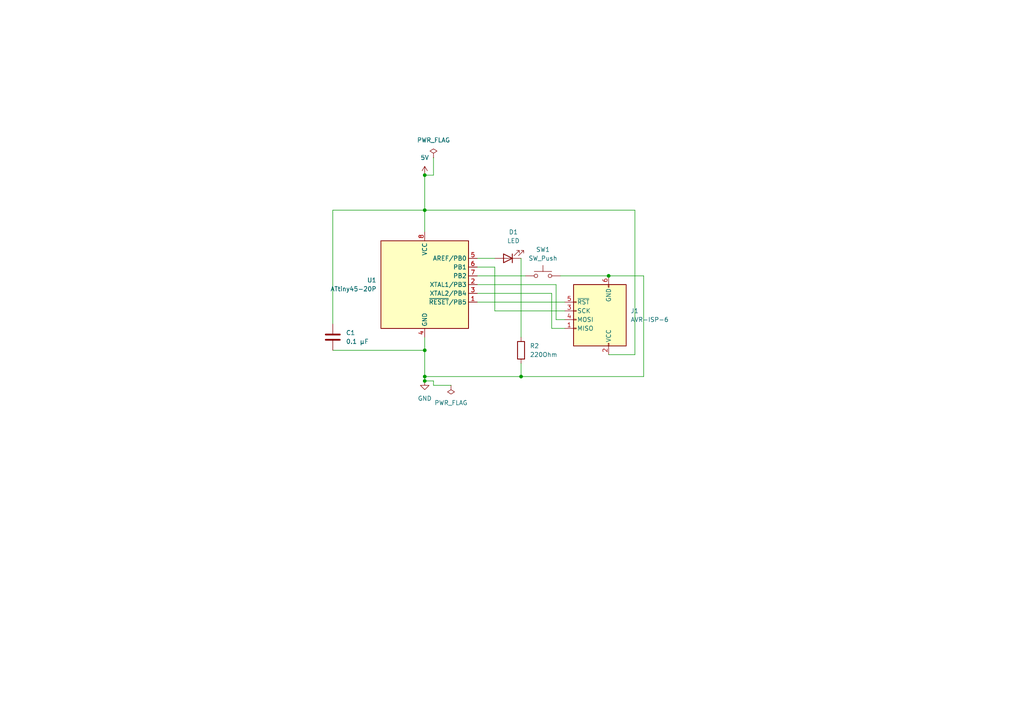
<source format=kicad_sch>
(kicad_sch (version 20250114) (generator "eeschema") (generator_version "9.0")
  (paper "A4")
  (lib_symbols
    (symbol "Connector:AVR-ISP-6" (pin_names (offset 1.016))
      (property "Reference" "J" (at -6.35 11.43 0))
      (property "Value" "AVR-ISP-6" (at 0 11.43 0))
      (symbol "AVR-ISP-6_0_1"
        (rectangle (start -2.667 10.16) (end -2.413 9.398))
        (rectangle (start -2.667 -6.858) (end -2.413 -7.62))
        (rectangle (start 7.62 10.16) (end -7.62 -7.62) (stroke (width 0.254)) (fill (type background)))
        (rectangle (start 7.62 5.207) (end 6.858 4.953))
        (rectangle (start 7.62 2.667) (end 6.858 2.413))
        (rectangle (start 7.62 0.127) (end 6.858 -0.127))
        (rectangle (start 7.62 -2.413) (end 6.858 -2.667))
      )
      (symbol "AVR-ISP-6_1_1"
        (pin passive line (at -2.54 12.7 270) (length 2.54) (name "VCC") (number "2"))
        (pin passive line (at -2.54 -10.16 90) (length 2.54) (name "GND") (number "6"))
        (pin passive line (at 10.16 5.08 180) (length 2.54) (name "MISO") (number "1"))
        (pin passive line (at 10.16 2.54 180) (length 2.54) (name "MOSI") (number "4"))
        (pin passive line (at 10.16 0 180) (length 2.54) (name "SCK") (number "3"))
        (pin passive line (at 10.16 -2.54 180) (length 2.54) (name "~{RST}") (number "5"))
      )
    )
    (symbol "Device:C" (pin_numbers (hide yes)) (pin_names (offset 0.254))
      (property "Reference" "C" (at 0.635 2.54 0))
      (property "Value" "C" (at 0.635 -2.54 0))
      (symbol "C_0_1"
        (polyline (pts (xy -2.032 0.762) (xy 2.032 0.762)) (stroke (width 0.508)))
        (polyline (pts (xy -2.032 -0.762) (xy 2.032 -0.762)) (stroke (width 0.508)))
      )
      (symbol "C_1_1"
        (pin passive line (at 0 3.81 270) (length 2.794) (name "~") (number "1"))
        (pin passive line (at 0 -3.81 90) (length 2.794) (name "~") (number "2"))
      )
    )
    (symbol "Device:LED" (pin_numbers (hide yes)) (pin_names (offset 1.016) (hide yes))
      (property "Reference" "D" (at 0 2.54 0))
      (property "Value" "LED" (at 0 -2.54 0))
      (symbol "LED_0_1"
        (polyline (pts (xy -3.048 -0.762) (xy -4.572 -2.286) (xy -3.81 -2.286) (xy -4.572 -2.286) (xy -4.572 -1.524)))
        (polyline (pts (xy -1.778 -0.762) (xy -3.302 -2.286) (xy -2.54 -2.286) (xy -3.302 -2.286) (xy -3.302 -1.524)))
        (polyline (pts (xy -1.27 0) (xy 1.27 0)))
        (polyline (pts (xy -1.27 -1.27) (xy -1.27 1.27)) (stroke (width 0.254)))
        (polyline (pts (xy 1.27 -1.27) (xy 1.27 1.27) (xy -1.27 0) (xy 1.27 -1.27)) (stroke (width 0.254)))
      )
      (symbol "LED_1_1"
        (pin passive line (at -3.81 0 0) (length 2.54) (name "K") (number "1"))
        (pin passive line (at 3.81 0 180) (length 2.54) (name "A") (number "2"))
      )
    )
    (symbol "Device:R" (pin_numbers (hide yes)) (pin_names (offset 0))
      (property "Reference" "R" (at 2.032 0 90))
      (property "Value" "R" (at 0 0 90))
      (symbol "R_0_1"
        (rectangle (start -1.016 -2.54) (end 1.016 2.54) (stroke (width 0.254)))
      )
      (symbol "R_1_1"
        (pin passive line (at 0 3.81 270) (length 1.27) (name "~") (number "1"))
        (pin passive line (at 0 -3.81 90) (length 1.27) (name "~") (number "2"))
      )
    )
    (symbol "MCU_Microchip_ATtiny:ATtiny45-20P"
      (property "Reference" "U" (at -12.7 13.97 0))
      (property "Value" "ATtiny45-20P" (at 2.54 -13.97 0))
      (symbol "ATtiny45-20P_0_1"
        (rectangle (start -12.7 -12.7) (end 12.7 12.7) (stroke (width 0.254)) (fill (type background)))
      )
      (symbol "ATtiny45-20P_1_1"
        (pin power_in line (at 0 15.24 270) (length 2.54) (name "VCC") (number "8"))
        (pin power_in line (at 0 -15.24 90) (length 2.54) (name "GND") (number "4"))
        (pin bidirectional line (at 15.24 7.62 180) (length 2.54) (name "AREF/PB0") (number "5"))
        (pin bidirectional line (at 15.24 5.08 180) (length 2.54) (name "PB1") (number "6"))
        (pin bidirectional line (at 15.24 2.54 180) (length 2.54) (name "PB2") (number "7"))
        (pin bidirectional line (at 15.24 0 180) (length 2.54) (name "XTAL1/PB3") (number "2"))
        (pin bidirectional line (at 15.24 -2.54 180) (length 2.54) (name "XTAL2/PB4") (number "3"))
        (pin bidirectional line (at 15.24 -5.08 180) (length 2.54) (name "~{RESET}/PB5") (number "1"))
      )
    )
    (symbol "Switch:SW_Push" (pin_numbers (hide yes)) (pin_names (offset 1.016) (hide yes))
      (property "Reference" "SW" (at 1.27 2.54 0))
      (property "Value" "SW_Push" (at 0 -1.524 0))
      (symbol "SW_Push_0_1"
        (circle (center -2.032 0) (radius 0.508))
        (polyline (pts (xy 0 1.27) (xy 0 3.048)))
        (circle (center 2.032 0) (radius 0.508))
        (polyline (pts (xy 2.54 1.27) (xy -2.54 1.27)))
        (pin passive line (at -5.08 0 0) (length 2.54) (name "1") (number "1"))
        (pin passive line (at 5.08 0 180) (length 2.54) (name "2") (number "2"))
      )
    )
    (symbol "power:GND" (power) (pin_numbers (hide yes)) (pin_names (offset 0) (hide yes))
      (property "Value" "GND" (at 0 -3.81 0))
      (symbol "GND_0_1"
        (polyline (pts (xy 0 0) (xy 0 -1.27) (xy 1.27 -1.27) (xy 0 -2.54) (xy -1.27 -1.27) (xy 0 -1.27)))
      )
      (symbol "GND_1_1"
        (pin power_in line (at 0 0 270) (length 0) (name "~") (number "1"))
      )
    )
    (symbol "power:PWR_FLAG" (power) (pin_numbers (hide yes)) (pin_names (offset 0) (hide yes))
      (property "Value" "PWR_FLAG" (at 0 3.81 0))
      (symbol "PWR_FLAG_0_0"
        (pin power_out line (at 0 0 90) (length 0) (name "~") (number "1"))
      )
      (symbol "PWR_FLAG_0_1"
        (polyline (pts (xy 0 0) (xy 0 1.27) (xy -1.016 1.905) (xy 0 2.54) (xy 1.016 1.905) (xy 0 1.27)))
      )
    )
    (symbol "power:VCC" (power) (pin_numbers (hide yes)) (pin_names (offset 0) (hide yes))
      (property "Value" "VCC" (at 0 3.556 0))
      (symbol "VCC_0_1"
        (polyline (pts (xy -0.762 1.27) (xy 0 2.54)))
        (polyline (pts (xy 0 2.54) (xy 0.762 1.27)))
        (polyline (pts (xy 0 0) (xy 0 2.54)))
      )
      (symbol "VCC_1_1"
        (pin power_in line (at 0 0 90) (length 0) (name "~") (number "1"))
      )
    )
  )
  (junction (at 123.19 109.22))
  (junction (at 123.19 50.8))
  (junction (at 176.53 80.01))
  (junction (at 151.13 109.22))
  (junction (at 123.19 60.96))
  (junction (at 123.19 110.49))
  (junction (at 123.19 101.6))
  (wire (pts (xy 186.69 109.22) (xy 151.13 109.22)))
  (wire (pts (xy 162.56 80.01) (xy 176.53 80.01)))
  (wire (pts (xy 123.19 101.6) (xy 123.19 109.22)))
  (wire (pts (xy 96.52 93.98) (xy 96.52 60.96)))
  (wire (pts (xy 143.51 90.17) (xy 143.51 77.47)))
  (wire (pts (xy 163.83 90.17) (xy 143.51 90.17)))
  (wire (pts (xy 123.19 60.96) (xy 123.19 67.31)))
  (wire (pts (xy 143.51 77.47) (xy 138.43 77.47)))
  (wire (pts (xy 125.73 45.72) (xy 125.73 50.8)))
  (wire (pts (xy 123.19 97.79) (xy 123.19 101.6)))
  (wire (pts (xy 160.02 85.09) (xy 160.02 95.25)))
  (wire (pts (xy 176.53 102.87) (xy 184.15 102.87)))
  (wire (pts (xy 96.52 60.96) (xy 123.19 60.96)))
  (wire (pts (xy 138.43 80.01) (xy 152.4 80.01)))
  (wire (pts (xy 125.73 50.8) (xy 123.19 50.8)))
  (wire (pts (xy 123.19 50.8) (xy 123.19 60.96)))
  (wire (pts (xy 138.43 87.63) (xy 163.83 87.63)))
  (wire (pts (xy 138.43 82.55) (xy 161.29 82.55)))
  (wire (pts (xy 161.29 82.55) (xy 161.29 92.71)))
  (wire (pts (xy 186.69 80.01) (xy 186.69 109.22)))
  (wire (pts (xy 125.73 111.76) (xy 125.73 110.49)))
  (wire (pts (xy 125.73 110.49) (xy 123.19 110.49)))
  (wire (pts (xy 123.19 109.22) (xy 123.19 110.49)))
  (wire (pts (xy 184.15 102.87) (xy 184.15 60.96)))
  (wire (pts (xy 184.15 60.96) (xy 123.19 60.96)))
  (wire (pts (xy 138.43 85.09) (xy 160.02 85.09)))
  (wire (pts (xy 151.13 74.93) (xy 151.13 97.79)))
  (wire (pts (xy 161.29 92.71) (xy 163.83 92.71)))
  (wire (pts (xy 160.02 95.25) (xy 163.83 95.25)))
  (wire (pts (xy 151.13 109.22) (xy 123.19 109.22)))
  (wire (pts (xy 138.43 74.93) (xy 143.51 74.93)))
  (wire (pts (xy 176.53 80.01) (xy 186.69 80.01)))
  (wire (pts (xy 130.81 111.76) (xy 125.73 111.76)))
  (wire (pts (xy 151.13 105.41) (xy 151.13 109.22)))
  (wire (pts (xy 96.52 101.6) (xy 123.19 101.6)))
  (symbol (lib_id "power:PWR_FLAG") (at 130.81 111.76 180) (unit 1)
    (property "Reference" "#FLG02" (effects (hide yes)))
    (property "Value" "PWR_FLAG" (at 130.81 116.84 0))
    (property "Description" "Special symbol for telling ERC where power comes from" (effects (hide yes)))
  )
  (symbol (lib_id "Switch:SW_Push") (at 157.48 80.01 0) (unit 1)
    (property "Reference" "SW1" (at 157.48 72.39 0))
    (property "Value" "SW_Push" (at 157.48 74.93 0))
    (property "Footprint" "Button_Switch_THT:SW_TH_Tactile_Omron_B3F-102x" (effects (hide yes)))
    (property "Description" "Push button switch, generic, two pins" (effects (hide yes)))
  )
  (symbol (lib_id "power:GND") (at 123.19 110.49 0) (unit 1)
    (property "Reference" "#PWR05" (effects (hide yes)))
    (property "Value" "GND" (at 123.19 115.57 0))
    (property "Description" "Power symbol creates a global label with name \"GND\" , ground" (effects (hide yes)))
  )
  (symbol (lib_id "Device:C") (at 96.52 97.79 0) (unit 1)
    (property "Reference" "C1" (at 100.33 96.5199 0) (effects (justify left)))
    (property "Value" "0.1 µF" (at 100.33 99.0599 0) (effects (justify left)))
    (property "Footprint" "Capacitor_THT:CP_Axial_L30.0mm_D15.0mm_P35.00mm_Horizontal" (effects (hide yes)))
    (property "Description" "Unpolarized capacitor" (effects (hide yes)))
  )
  (symbol (lib_id "power:PWR_FLAG") (at 125.73 45.72 0) (unit 1)
    (property "Reference" "#FLG01" (effects (hide yes)))
    (property "Value" "PWR_FLAG" (at 125.73 40.64 0))
    (property "Description" "Special symbol for telling ERC where power comes from" (effects (hide yes)))
  )
  (symbol (lib_id "Device:LED") (at 147.32 74.93 180) (unit 1)
    (property "Reference" "D1" (at 148.9075 67.31 0))
    (property "Value" "LED" (at 148.9075 69.85 0))
    (property "Footprint" "LED_THT:LED_D2.0mm_W4.8mm_H2.5mm_FlatTop" (effects (hide yes)))
    (property "Description" "Light emitting diode" (effects (hide yes)))
    (property "Sim.Pins" "1=K 2=A" (effects (hide yes)))
  )
  (symbol (lib_id "Connector:AVR-ISP-6") (at 173.99 90.17 180) (unit 1)
    (property "Reference" "J1" (at 182.88 90.1699 0) (effects (justify right)))
    (property "Value" "AVR-ISP-6" (at 182.88 92.7099 0) (effects (justify right)))
    (property "Footprint" "Connector_PinHeader_2.00mm:PinHeader_2x03_P2.00mm_Vertical" (effects (hide yes)))
    (property "Description" "Atmel 6-pin ISP connector" (effects (hide yes)))
  )
  (symbol (lib_id "power:VCC") (at 123.19 50.8 0) (unit 1)
    (property "Reference" "#PWR01" (effects (hide yes)))
    (property "Value" "5V" (at 123.19 45.72 0))
    (property "Description" "Power symbol creates a global label with name \"VCC\"" (effects (hide yes)))
  )
  (symbol (lib_id "MCU_Microchip_ATtiny:ATtiny45-20P") (at 123.19 82.55 0) (unit 1)
    (property "Reference" "U1" (at 109.22 81.2799 0) (effects (justify right)))
    (property "Value" "ATtiny45-20P" (at 109.22 83.8199 0) (effects (justify right)))
    (property "Footprint" "Package_DIP:CERDIP-8_W7.62mm_SideBrazed" (effects (hide yes)))
    (property "Datasheet" "http://ww1.microchip.com/downloads/en/DeviceDoc/atmel-2586-avr-8-bit-microcontroller-attiny25-attiny45-attiny85_datasheet.pdf" (effects (hide yes)))
    (property "Description" "20MHz, 4kB Flash, 256B SRAM, 256B EEPROM, debugWIRE, DIP-8" (effects (hide yes)))
  )
  (symbol (lib_id "Device:R") (at 151.13 101.6 0) (unit 1)
    (property "Reference" "R2" (at 153.67 100.3299 0) (effects (justify left)))
    (property "Value" "220Ohm" (at 153.67 102.8699 0) (effects (justify left)))
    (property "Footprint" "Resistor_THT:R_Axial_DIN0207_L6.3mm_D2.5mm_P7.62mm_Horizontal" (effects (hide yes)))
    (property "Description" "Resistor" (effects (hide yes)))
  )
)
</source>
